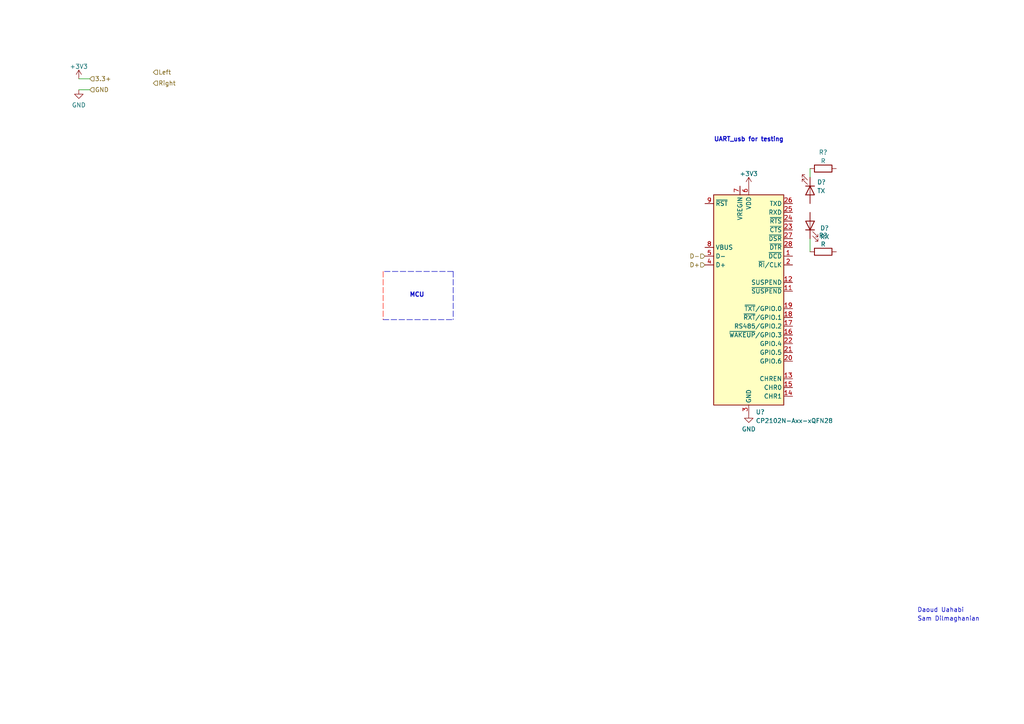
<source format=kicad_sch>
(kicad_sch (version 20211123) (generator eeschema)
  (paper "A4")
  (lib_symbols
    (symbol "Device:LED" (pin_numbers hide) (pin_names (offset 1.016) hide)
      (property "Reference" "D" (at 0 2.54 0))
      (property "Value" "LED" (at 0 -2.54 0))
      (symbol "LED_0_1"
        (polyline (pts (xy -1.27 -1.27) (xy -1.27 1.27)) (stroke (width 0.254)))
        (polyline (pts (xy -1.27 0) (xy 1.27 0)))
        (polyline (pts (xy 1.27 -1.27) (xy 1.27 1.27) (xy -1.27 0) (xy 1.27 -1.27)) (stroke (width 0.254)))
        (polyline (pts (xy -3.048 -0.762) (xy -4.572 -2.286) (xy -3.81 -2.286) (xy -4.572 -2.286) (xy -4.572 -1.524)))
        (polyline (pts (xy -1.778 -0.762) (xy -3.302 -2.286) (xy -2.54 -2.286) (xy -3.302 -2.286) (xy -3.302 -1.524)))
      )
      (symbol "LED_1_1"
        (pin passive line (at -3.81 0 0) (length 2.54) (name "K") (number "1"))
        (pin passive line (at 3.81 0 180) (length 2.54) (name "A") (number "2"))
      )
    )
    (symbol "Device:R" (pin_numbers hide) (pin_names (offset 0))
      (property "Reference" "R" (at 2.032 0 90))
      (property "Value" "R" (at 0 0 90))
      (symbol "R_0_1"
        (rectangle (start -1.016 -2.54) (end 1.016 2.54) (stroke (width 0.254)))
      )
      (symbol "R_1_1"
        (pin passive line (at 0 3.81 270) (length 1.27) (name "~") (number "1"))
        (pin passive line (at 0 -3.81 90) (length 1.27) (name "~") (number "2"))
      )
    )
    (symbol "Interface_USB:CP2102N-Axx-xQFN28"
      (property "Reference" "U" (at -8.89 31.75 0))
      (property "Value" "CP2102N-Axx-xQFN28" (at 12.7 31.75 0))
      (symbol "CP2102N-Axx-xQFN28_0_1"
        (rectangle (start -10.16 30.48) (end 10.16 -30.48) (stroke (width 0.254)) (fill (type background)))
      )
      (symbol "CP2102N-Axx-xQFN28_1_1"
        (pin input line (at 12.7 12.7 180) (length 2.54) (name "~{DCD}") (number "1"))
        (pin no_connect line (at -10.16 -27.94 0) (length 2.54) hide (name "NC") (number "10"))
        (pin output line (at 12.7 2.54 180) (length 2.54) (name "~{SUSPEND}") (number "11"))
        (pin output line (at 12.7 5.08 180) (length 2.54) (name "SUSPEND") (number "12"))
        (pin output line (at 12.7 -22.86 180) (length 2.54) (name "CHREN") (number "13"))
        (pin output line (at 12.7 -27.94 180) (length 2.54) (name "CHR1") (number "14"))
        (pin output line (at 12.7 -25.4 180) (length 2.54) (name "CHR0") (number "15"))
        (pin bidirectional line (at 12.7 -10.16 180) (length 2.54) (name "~{WAKEUP}/GPIO.3") (number "16"))
        (pin bidirectional line (at 12.7 -7.62 180) (length 2.54) (name "RS485/GPIO.2") (number "17"))
        (pin bidirectional line (at 12.7 -5.08 180) (length 2.54) (name "~{RXT}/GPIO.1") (number "18"))
        (pin bidirectional line (at 12.7 -2.54 180) (length 2.54) (name "~{TXT}/GPIO.0") (number "19"))
        (pin bidirectional line (at 12.7 10.16 180) (length 2.54) (name "~{RI}/CLK") (number "2"))
        (pin bidirectional line (at 12.7 -17.78 180) (length 2.54) (name "GPIO.6") (number "20"))
        (pin bidirectional line (at 12.7 -15.24 180) (length 2.54) (name "GPIO.5") (number "21"))
        (pin bidirectional line (at 12.7 -12.7 180) (length 2.54) (name "GPIO.4") (number "22"))
        (pin input line (at 12.7 20.32 180) (length 2.54) (name "~{CTS}") (number "23"))
        (pin output line (at 12.7 22.86 180) (length 2.54) (name "~{RTS}") (number "24"))
        (pin input line (at 12.7 25.4 180) (length 2.54) (name "RXD") (number "25"))
        (pin output line (at 12.7 27.94 180) (length 2.54) (name "TXD") (number "26"))
        (pin input line (at 12.7 17.78 180) (length 2.54) (name "~{DSR}") (number "27"))
        (pin output line (at 12.7 15.24 180) (length 2.54) (name "~{DTR}") (number "28"))
        (pin passive line (at 0 -33.02 90) (length 2.54) hide (name "GND") (number "29"))
        (pin power_in line (at 0 -33.02 90) (length 2.54) (name "GND") (number "3"))
        (pin bidirectional line (at -12.7 10.16 0) (length 2.54) (name "D+") (number "4"))
        (pin bidirectional line (at -12.7 12.7 0) (length 2.54) (name "D-") (number "5"))
        (pin power_in line (at 0 33.02 270) (length 2.54) (name "VDD") (number "6"))
        (pin power_in line (at -2.54 33.02 270) (length 2.54) (name "VREGIN") (number "7"))
        (pin input line (at -12.7 15.24 0) (length 2.54) (name "VBUS") (number "8"))
        (pin input line (at -12.7 27.94 0) (length 2.54) (name "~{RST}") (number "9"))
      )
    )
    (symbol "power:+3.3V" (power) (pin_names (offset 0))
      (property "Value" "+3.3V" (at 0 3.556 0))
      (symbol "+3.3V_0_1"
        (polyline (pts (xy -0.762 1.27) (xy 0 2.54)))
        (polyline (pts (xy 0 0) (xy 0 2.54)))
        (polyline (pts (xy 0 2.54) (xy 0.762 1.27)))
      )
      (symbol "+3.3V_1_1"
        (pin power_in line (at 0 0 90) (length 0) hide (name "+3V3") (number "1"))
      )
    )
    (symbol "power:GND" (power) (pin_names (offset 0))
      (property "Value" "GND" (at 0 -3.81 0))
      (symbol "GND_0_1"
        (polyline (pts (xy 0 0) (xy 0 -1.27) (xy 1.27 -1.27) (xy 0 -2.54) (xy -1.27 -1.27) (xy 0 -1.27)))
      )
      (symbol "GND_1_1"
        (pin power_in line (at 0 0 270) (length 0) hide (name "GND") (number "1"))
      )
    )
  )
  (wire (pts (xy 234.95 48.895) (xy 234.95 51.435)))
  (wire (pts (xy 22.86 26.035) (xy 26.035 26.035)))
  (wire (pts (xy 22.86 22.86) (xy 26.035 22.86)))
  (polyline (pts (xy 111.125 78.74) (xy 111.125 92.71)) (stroke (width 0) (color 255 21 5 1)))
  (polyline (pts (xy 131.445 78.74) (xy 111.125 78.74)))
  (wire (pts (xy 234.95 73.025) (xy 234.95 69.215)))
  (polyline (pts (xy 111.125 92.71) (xy 131.445 92.71)))
  (polyline (pts (xy 131.445 78.74) (xy 131.445 92.71)))
  (text "UART_usb for testing" (at 207.01 41.275 0) (effects (font (size 1.27 1.27) bold) (justify left bottom)))
  (text "Sam Dilmaghanian" (at 266.065 180.34 0) (effects (font (size 1.27 1.27)) (justify left bottom)))
  (text "MCU" (at 118.745 86.36 0) (effects (font (size 1.27 1.27) bold) (justify left bottom)))
  (text "Daoud Uahabi" (at 266.065 177.8 0) (effects (font (size 1.27 1.27)) (justify left bottom)))
  (hierarchical_label "3.3+" (shape input) (at 26.035 22.86 0))
  (hierarchical_label "GND" (shape input) (at 26.035 26.035 0))
  (hierarchical_label "D-" (shape input) (at 204.47 74.295 180))
  (hierarchical_label "Left" (shape input) (at 44.45 20.955 0))
  (hierarchical_label "Right" (shape input) (at 44.45 24.13 0))
  (hierarchical_label "D+" (shape input) (at 204.47 76.835 180))
  (symbol (lib_id "Device:LED") (at 234.95 55.245 270) (unit 1)
    (property "Reference" "D?" (at 236.982 52.8228 90) (effects (justify left)))
    (property "Value" "TX" (at 236.982 55.3597 90) (effects (justify left)))
  )
  (symbol (lib_id "power:GND") (at 22.86 26.035 0) (unit 1)
    (property "Reference" "#PWR?" (effects hide))
    (property "Value" "GND" (at 22.86 30.4784 0))
  )
  (symbol (lib_id "Device:R") (at 238.76 48.895 90) (unit 1)
    (property "Reference" "R?" (at 238.76 44.1792 90))
    (property "Value" "R" (at 238.76 46.7161 90))
  )
  (symbol (lib_id "power:+3.3V") (at 217.17 53.975 0) (unit 1)
    (property "Reference" "#PWR?" (effects hide))
    (property "Value" "+3.3V" (at 217.17 50.3992 0))
  )
  (symbol (lib_id "power:GND") (at 217.17 120.015 0) (unit 1)
    (property "Reference" "#PWR?" (effects hide))
    (property "Value" "GND" (at 217.17 124.4584 0))
  )
  (symbol (lib_id "Device:R") (at 238.76 73.025 90) (unit 1)
    (property "Reference" "R?" (at 238.76 68.3092 90))
    (property "Value" "R" (at 238.76 70.8461 90))
  )
  (symbol (lib_id "power:+3.3V") (at 22.86 22.86 0) (unit 1)
    (property "Reference" "#PWR?" (effects hide))
    (property "Value" "+3.3V" (at 22.86 19.2842 0))
  )
  (symbol (lib_id "Interface_USB:CP2102N-Axx-xQFN28") (at 217.17 86.995 0) (unit 1)
    (property "Reference" "U?" (at 219.1894 119.5054 0) (effects (justify left)))
    (property "Value" "CP2102N-Axx-xQFN28" (at 219.1894 122.0423 0) (effects (justify left)))
    (property "Footprint" "Package_DFN_QFN:QFN-28-1EP_5x5mm_P0.5mm_EP3.35x3.35mm" (effects hide))
    (property "Datasheet" "https://www.silabs.com/documents/public/data-sheets/cp2102n-datasheet.pdf" (effects hide))
    (property "Description" "IC USB-TO-UART BRIDGE 28VQFN" (effects hide))
    (property "Link" "https://www.digikey.be/nl/products/detail/silicon-labs/CP2102-GMR/2051863" (effects hide))
    (property "MPN" "CP2102-GMR" (effects hide))
  )
  (symbol (lib_id "Device:LED") (at 234.95 65.405 90) (unit 1)
    (property "Reference" "D?" (at 237.871 66.1578 90) (effects (justify right)))
    (property "Value" "RX" (at 237.871 68.6947 90) (effects (justify right)))
  )
)
</source>
